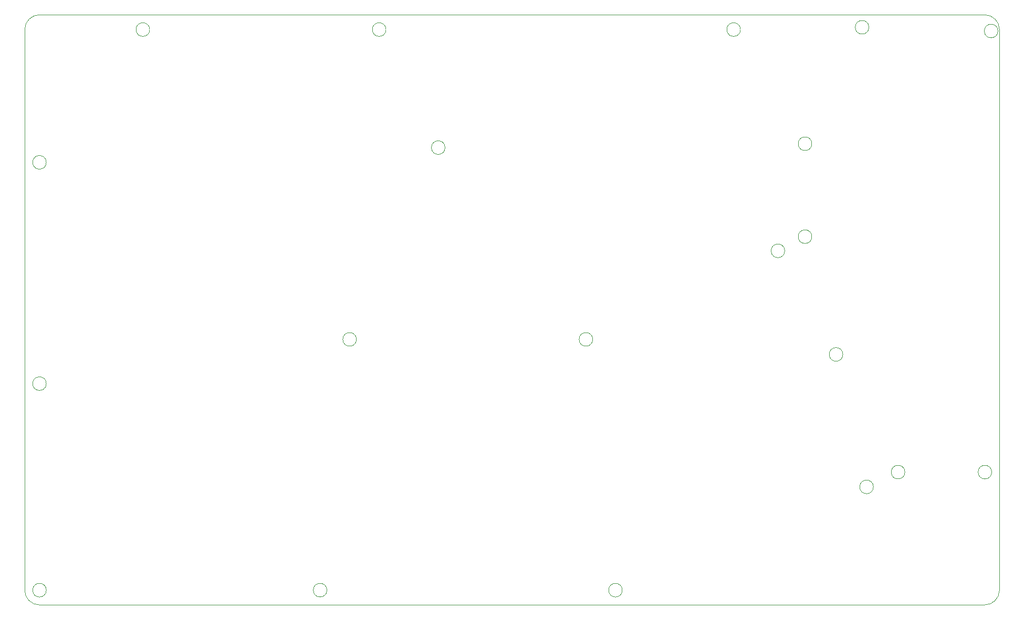
<source format=gm1>
G04 #@! TF.GenerationSoftware,KiCad,Pcbnew,7.0.7*
G04 #@! TF.CreationDate,2023-09-30T17:48:30+09:00*
G04 #@! TF.ProjectId,ind-assemble_L,696e642d-6173-4736-956d-626c655f4c2e,rev?*
G04 #@! TF.SameCoordinates,Original*
G04 #@! TF.FileFunction,Profile,NP*
%FSLAX46Y46*%
G04 Gerber Fmt 4.6, Leading zero omitted, Abs format (unit mm)*
G04 Created by KiCad (PCBNEW 7.0.7) date 2023-09-30 17:48:30*
%MOMM*%
%LPD*%
G01*
G04 APERTURE LIST*
G04 #@! TA.AperFunction,Profile*
%ADD10C,0.100000*%
G04 #@! TD*
G04 #@! TA.AperFunction,Profile*
%ADD11C,0.010000*%
G04 #@! TD*
G04 APERTURE END LIST*
D10*
X180975000Y-26193750D02*
X180975000Y-116681250D01*
X180975000Y-26193750D02*
G75*
G03*
X178593750Y-23812500I-2381300J-50D01*
G01*
X178593750Y-119062500D02*
G75*
G03*
X180975000Y-116681250I-50J2381300D01*
G01*
X23812500Y-116681250D02*
G75*
G03*
X26193750Y-119062500I2381250J0D01*
G01*
X23812500Y-116681250D02*
X23812500Y-26193750D01*
X26193750Y-23812500D02*
X178593750Y-23812500D01*
X178593750Y-119062500D02*
X26193750Y-119062500D01*
X26193750Y-23812500D02*
G75*
G03*
X23812500Y-26193750I0J-2381250D01*
G01*
D11*
X155725000Y-78625000D02*
G75*
G03*
X155725000Y-78625000I-1100000J0D01*
G01*
X43962500Y-26193750D02*
G75*
G03*
X43962500Y-26193750I-1100000J0D01*
G01*
X150725000Y-59625000D02*
G75*
G03*
X150725000Y-59625000I-1100000J0D01*
G01*
X120162500Y-116681250D02*
G75*
G03*
X120162500Y-116681250I-1100000J0D01*
G01*
X159925000Y-25825000D02*
G75*
G03*
X159925000Y-25825000I-1100000J0D01*
G01*
X91587500Y-45243750D02*
G75*
G03*
X91587500Y-45243750I-1100000J0D01*
G01*
X115400000Y-76200000D02*
G75*
G03*
X115400000Y-76200000I-1100000J0D01*
G01*
X165725000Y-97625000D02*
G75*
G03*
X165725000Y-97625000I-1100000J0D01*
G01*
X180725000Y-26425000D02*
G75*
G03*
X180725000Y-26425000I-1100000J0D01*
G01*
X27293750Y-116681250D02*
G75*
G03*
X27293750Y-116681250I-1100000J0D01*
G01*
X72537500Y-116681250D02*
G75*
G03*
X72537500Y-116681250I-1100000J0D01*
G01*
X27293750Y-83343750D02*
G75*
G03*
X27293750Y-83343750I-1100000J0D01*
G01*
X150725000Y-44625000D02*
G75*
G03*
X150725000Y-44625000I-1100000J0D01*
G01*
X160643750Y-100012500D02*
G75*
G03*
X160643750Y-100012500I-1100000J0D01*
G01*
X27293750Y-47625000D02*
G75*
G03*
X27293750Y-47625000I-1100000J0D01*
G01*
X139212500Y-26193750D02*
G75*
G03*
X139212500Y-26193750I-1100000J0D01*
G01*
X82062500Y-26193750D02*
G75*
G03*
X82062500Y-26193750I-1100000J0D01*
G01*
X146356250Y-61912500D02*
G75*
G03*
X146356250Y-61912500I-1100000J0D01*
G01*
X179725000Y-97625000D02*
G75*
G03*
X179725000Y-97625000I-1100000J0D01*
G01*
X77300000Y-76200000D02*
G75*
G03*
X77300000Y-76200000I-1100000J0D01*
G01*
M02*

</source>
